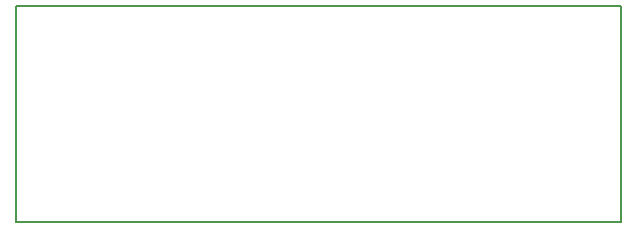
<source format=gm1>
G04 #@! TF.FileFunction,Profile,NP*
%FSLAX46Y46*%
G04 Gerber Fmt 4.6, Leading zero omitted, Abs format (unit mm)*
G04 Created by KiCad (PCBNEW (2015-08-16 BZR 6097, Git b384c94)-product) date 11/17/2015 9:28:50 PM*
%MOMM*%
G01*
G04 APERTURE LIST*
%ADD10C,0.100000*%
%ADD11C,0.150000*%
G04 APERTURE END LIST*
D10*
D11*
X110871000Y-97536000D02*
X110363000Y-97536000D01*
X110363000Y-79248000D02*
X110871000Y-79248000D01*
X110363000Y-97536000D02*
X110363000Y-79248000D01*
X110744000Y-79248000D02*
X161544000Y-79248000D01*
X161544000Y-97536000D02*
X110744000Y-97536000D01*
X161544000Y-79248000D02*
X161544000Y-97536000D01*
M02*

</source>
